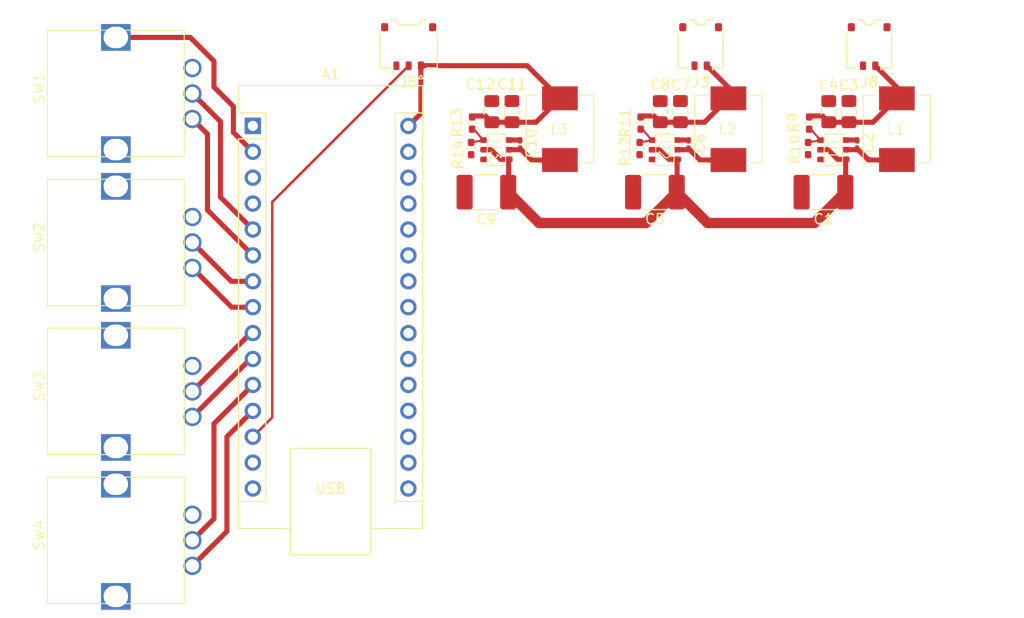
<source format=kicad_pcb>
(kicad_pcb (version 20240108) (generator "pcbnew") (generator_version "8.0")
  (layers (0 "F.Cu" signal) (31 "B.Cu" signal) (34 "B.Paste" user) (35 "F.Paste" user) (36 "B.SilkS" user "B.Silkscreen") (37 "F.SilkS" user "F.Silkscreen") (38 "B.Mask" user) (39 "F.Mask" user) (44 "Edge.Cuts" user))
  (net 0 "")
  (net 2 "Net-(A1-SCL{slash}A5)")
  (net 4 "Net-(A1-A6)")
  (net 5 "GND")
  (net 6 "+3.3V")
  (net 8 "Net-(A1-SDA{slash}A4)")
  (net 11 "Net-(A1-A3)")
  (net 12 "/LED_S")
  (net 13 "Net-(A1-A7)")
  (net 14 "Net-(A1-AREF)")
  (net 16 "+9V")
  (net 17 "Net-(U1-BOOT)")
  (net 18 "Net-(U1-FB)")
  (net 19 "Net-(U1-LX)")
  (net 20 "/5V#1")
  (net 21 "Net-(U2-LX)")
  (net 22 "Net-(U2-BOOT)")
  (net 23 "/5V#2")
  (net 24 "Net-(U3-LX)")
  (net 25 "Net-(U3-BOOT)")
  (net 26 "/5V#3")
  (net 27 "Net-(U2-FB)")
  (net 28 "Net-(U3-FB)")
  (net 31 "/Controller/Input4B")
  (net 32 "/Controller/Input4A")
  (net 33 "/Controller/InputS")
  (net 34 "/Controller/Input1B")
  (net 35 "/Controller/Input1A")
  (net 36 "/Controller/Input3B")
  (net 37 "/Controller/Input2A")
  (net 39 "/Controller/Input3A")
  (net 41 "/Controller/Input2B")
  (footprint "Capacitor_SMD:C_0805_2012Metric_Pad1.18x1.45mm_HandSolder" (layer "F.Cu") (at 141.515 84.33 90)
    (property "Reference" "C8" (at 2.604993 -0.019998 0) (layer "F.SilkS"))
    (property "Value" "C")
    (fp_line (start -0.261252 -0.735) (end 0.261252 -0.735) (stroke (width 0.12)) (layer "F.SilkS"))
    (fp_line (start -0.261252 0.735) (end 0.261252 0.735) (stroke (width 0.12)) (layer "F.SilkS"))
    (pad "1" smd roundrect (at -1.0375 0 90) (size 1.175 1.45) (layers "F.Cu" "F.Paste" "F.Mask") (roundrect_rratio 0.212766) (net 23 "/5V#2"))
    (pad "2" smd roundrect (at 1.0375 0 90) (size 1.175 1.45) (layers "F.Cu" "F.Paste" "F.Mask") (roundrect_rratio 0.212766) (net 5 "GND"))
  )
  (footprint "Capacitor_SMD:C_0805_2012Metric_Pad1.18x1.45mm_HandSolder" (layer "F.Cu") (at 126.985002 84.325007 90)
    (property "Reference" "C11" (at 2.675007 -0.000002 0) (layer "F.SilkS"))
    (property "Value" "C")
    (fp_line (start -0.261252 -0.735) (end 0.261252 -0.735) (stroke (width 0.12)) (layer "F.SilkS"))
    (fp_line (start -0.261252 0.735) (end 0.261252 0.735) (stroke (width 0.12)) (layer "F.SilkS"))
    (pad "1" smd roundrect (at -1.0375 0 90) (size 1.175 1.45) (layers "F.Cu" "F.Paste" "F.Mask") (roundrect_rratio 0.212766) (net 26 "/5V#3"))
    (pad "2" smd roundrect (at 1.0375 0 90) (size 1.175 1.45) (layers "F.Cu" "F.Paste" "F.Mask") (roundrect_rratio 0.212766) (net 5 "GND"))
  )
  (footprint "Capacitor_SMD:C_0805_2012Metric_Pad1.18x1.45mm_HandSolder" (layer "F.Cu") (at 160.005002 84.325007 90)
    (property "Reference" "C3" (at 2.6 0 0) (layer "F.SilkS"))
    (property "Value" "C")
    (fp_line (start -0.261252 -0.735) (end 0.261252 -0.735) (stroke (width 0.12)) (layer "F.SilkS"))
    (fp_line (start -0.261252 0.735) (end 0.261252 0.735) (stroke (width 0.12)) (layer "F.SilkS"))
    (pad "1" smd roundrect (at -1.0375 0 90) (size 1.175 1.45) (layers "F.Cu" "F.Paste" "F.Mask") (roundrect_rratio 0.212766) (net 20 "/5V#1"))
    (pad "2" smd roundrect (at 1.0375 0 90) (size 1.175 1.45) (layers "F.Cu" "F.Paste" "F.Mask") (roundrect_rratio 0.212766) (net 5 "GND"))
  )
  (footprint "ArmLEDFootprintLib:4r7007" (layer "F.Cu") (at 128.385 86.05 90)
    (property "Reference" "L3" (at -0.000006 3.2 0) (layer "F.SilkS") (effects (font (thickness 0.1))))
    (property "Value" "L")
    (fp_line (start 3.3 0) (end -3.3 0) (stroke (width 0.1)) (layer "F.SilkS"))
    (fp_line (start 3.3 0) (end 3.3 1.2) (stroke (width 0.1)) (layer "F.SilkS"))
    (fp_line (start -3.3 0) (end -3.3 1.2) (stroke (width 0.1)) (layer "F.SilkS"))
    (fp_line (start 3.3 6.6) (end 3.3 5.4) (stroke (width 0.1)) (layer "F.SilkS"))
    (fp_line (start -3.3 6.6) (end -3.3 5.4) (stroke (width 0.1)) (layer "F.SilkS"))
    (fp_line (start -3.3 6.6) (end 3.3 6.6) (stroke (width 0.1)) (layer "F.SilkS"))
    (pad "1" smd rect (at -3.024999 3.299996) (size 3.499992 2.349998) (layers "F.Cu" "F.Paste" "F.Mask") (net 24 "Net-(U3-LX)"))
    (pad "2" smd rect (at 3.024993 3.300002 180) (size 3.499996 2.349986) (layers "F.Cu" "F.Paste" "F.Mask") (net 26 "/5V#3"))
  )
  (footprint "Resistor_SMD:R_0402_1005Metric_Pad0.72x0.64mm_HandSolder" (layer "F.Cu") (at 123.085 85.45 -90)
    (property "Reference" "R13" (at -0.024993 1.499998 90) (layer "F.SilkS"))
    (property "Value" "R")
    (fp_line (start -0.167621 0.38) (end 0.167621 0.38) (stroke (width 0.12)) (layer "F.SilkS"))
    (fp_line (start -0.167621 -0.38) (end 0.167621 -0.38) (stroke (width 0.12)) (layer "F.SilkS"))
    (pad "1" smd roundrect (at -0.5975 0 270) (size 0.715 0.64) (layers "F.Cu" "F.Paste" "F.Mask") (net 26 "/5V#3"))
    (pad "2" smd roundrect (at 0.5975 0 270) (size 0.715 0.64) (layers "F.Cu" "F.Paste" "F.Mask") (net 28 "Net-(U3-FB)"))
  )
  (footprint "Capacitor_SMD:C_1812_4532Metric_Pad1.57x3.40mm_HandSolder" (layer "F.Cu") (at 140.995002 92.225007 180)
    (property "Reference" "C5" (at 0 -2.65 180) (layer "F.SilkS"))
    (property "Value" "C")
    (fp_line (start -1.161252 1.71) (end 1.161252 1.71) (stroke (width 0.12)) (layer "F.SilkS"))
    (fp_line (start -1.161252 -1.71) (end 1.161252 -1.71) (stroke (width 0.12)) (layer "F.SilkS"))
    (pad "1" smd roundrect (at -2.1375 0 180) (size 1.575 3.4) (layers "F.Cu" "F.Paste" "F.Mask") (roundrect_rratio 0.15873) (net 16 "+9V"))
    (pad "2" smd roundrect (at 2.1375 0 180) (size 1.575 3.4) (layers "F.Cu" "F.Paste" "F.Mask") (roundrect_rratio 0.15873) (net 5 "GND"))
  )
  (footprint "Capacitor_SMD:C_0201_0603Metric_Pad0.64x0.40mm_HandSolder" (layer "F.Cu") (at 144.295 87.55 -90)
    (property "Reference" "C6" (at -0.124993 -1.100002 90) (layer "F.SilkS"))
    (property "Value" "C")
    (pad "1" smd roundrect (at -0.4075 0 270) (size 0.635 0.4) (layers "F.Cu" "F.Mask") (net 22 "Net-(U2-BOOT)"))
    (pad "2" smd roundrect (at 0.4075 0 270) (size 0.635 0.4) (layers "F.Cu" "F.Mask") (net 21 "Net-(U2-LX)"))
  )
  (footprint "ArmLEDFootprintLib:RotaryEncoder" (layer "F.Cu") (at 81.475 117.96 90)
    (property "Reference" "SW3" (at 6.7 -0.8 90) (layer "F.SilkS") (effects (font (thickness 0.1))))
    (property "Value" "RotaryEncoder")
    (fp_line (start 12.4 0) (end 12.4 13.4) (stroke (width 0.1)) (layer "F.SilkS"))
    (fp_line (start 0 0) (end 12.4 0) (stroke (width 0.1)) (layer "F.SilkS"))
    (fp_line (start 0 0) (end 0 13.4) (stroke (width 0.1)) (layer "F.SilkS"))
    (fp_line (start 12.4 13.4) (end 0 13.4) (stroke (width 0.1)) (layer "F.SilkS"))
    (pad "A" thru_hole circle (at 3.7 14.2 180) (size 1.8 1.8) (drill 1.3) (layers "*.Cu" "*.Mask") (net 39 "/Controller/Input3A"))
    (pad "B" thru_hole circle (at 6.2 14.2 180) (size 1.8 1.8) (drill 1.3) (layers "*.Cu" "*.Mask") (net 36 "/Controller/Input3B"))
    (pad "C" thru_hole circle (at 8.7 14.2 180) (size 1.8 1.8) (drill 1.3) (layers "*.Cu" "*.Mask") (net 5 "GND"))
    (pad "S1" thru_hole rect (at 0.7 6.7 180) (size 2.9 2.6) (drill oval 2.4 2.1) (layers "*.Cu" "*.Mask"))
    (pad "S2" thru_hole rect (at 11.7 6.7 180) (size 2.9 2.6) (drill oval 2.4 2.1) (layers "*.Cu" "*.Mask"))
  )
  (footprint "Connector_Molex:Molex_Pico-EZmate_78171-0002_1x02-1MP_P1.20mm_Vertical" (layer "F.Cu") (at 145.475 77.95 180)
    (property "Reference" "J3" (at 0 -3.5 180) (layer "F.SilkS"))
    (property "Value" "Conn_01x02")
    (fp_line (start 2.21 1.24) (end 2.21 -2.09) (stroke (width 0.12)) (layer "F.SilkS"))
    (fp_line (start 2.21 -2.09) (end 1.16 -2.09) (stroke (width 0.12)) (layer "F.SilkS"))
    (fp_line (start 0.64 2.63) (end 1.14 2.63) (stroke (width 0.12)) (layer "F.SilkS"))
    (fp_line (start 0.34 2.13) (end 0.64 2.63) (stroke (width 0.12)) (layer "F.SilkS"))
    (fp_line (start -0.34 2.13) (end 0.34 2.13) (stroke (width 0.12)) (layer "F.SilkS"))
    (fp_line (start -0.35 -3.153553) (end -0.85 -3.153553) (stroke (width 0.12)) (layer "F.SilkS"))
    (fp_line (start -0.6 -2.8) (end -0.35 -3.153553) (stroke (width 0.12)) (layer "F.SilkS"))
    (fp_line (start -0.64 2.63) (end -0.34 2.13) (stroke (width 0.12)) (layer "F.SilkS"))
    (fp_line (start -0.85 -3.153553) (end -0.6 -2.8) (stroke (width 0.12)) (layer "F.SilkS"))
    (fp_line (start -1.14 2.63) (end -0.64 2.63) (stroke (width 0.12)) (layer "F.SilkS"))
    (fp_line (start -1.16 -2.09) (end -1.16 -2.3) (stroke (width 0.12)) (layer "F.SilkS"))
    (fp_line (start -2.21 1.24) (end -2.21 -2.09) (stroke (width 0.12)) (layer "F.SilkS"))
    (fp_line (start -2.21 -2.09) (end -1.16 -2.09) (stroke (width 0.12)) (layer "F.SilkS"))
    (pad "1" smd roundrect (at -0.6 -1.875 180) (size 0.6 0.85) (layers "F.Cu" "F.Paste" "F.Mask") (net 23 "/5V#2"))
    (pad "2" smd roundrect (at 0.6 -1.875 180) (size 0.6 0.85) (layers "F.Cu" "F.Paste" "F.Mask") (net 5 "GND"))
    (pad "MP" smd roundrect (at -1.75 1.9 180) (size 0.7 0.8) (layers "F.Cu" "F.Paste" "F.Mask"))
    (pad "MP" smd roundrect (at 1.75 1.9 180) (size 0.7 0.8) (layers "F.Cu" "F.Paste" "F.Mask"))
  )
  (footprint "Resistor_SMD:R_0402_1005Metric_Pad0.72x0.64mm_HandSolder" (layer "F.Cu") (at 139.595 85.45 -90)
    (property "Reference" "R11" (at -0.024993 1.499998 90) (layer "F.SilkS"))
    (property "Value" "R")
    (fp_line (start -0.167621 0.38) (end 0.167621 0.38) (stroke (width 0.12)) (layer "F.SilkS"))
    (fp_line (start -0.167621 -0.38) (end 0.167621 -0.38) (stroke (width 0.12)) (layer "F.SilkS"))
    (pad "1" smd roundrect (at -0.5975 0 270) (size 0.715 0.64) (layers "F.Cu" "F.Paste" "F.Mask") (net 23 "/5V#2"))
    (pad "2" smd roundrect (at 0.5975 0 270) (size 0.715 0.64) (layers "F.Cu" "F.Paste" "F.Mask") (net 27 "Net-(U2-FB)"))
  )
  (footprint "ArmLEDFootprintLib:RT6254A" (layer "F.Cu") (at 141.895 88.05 -90)
    (property "Reference" "U2" (at 0 0 -90) (layer "F.SilkS") (effects (font (thickness 0.1))))
    (property "Value" "~")
    (fp_line (start -1.5367 0.8255) (end -1.5367 -0.9779) (stroke (width 0.1)) (layer "F.SilkS"))
    (fp_line (start 1.5621 0.8255) (end -1.5367 0.8255) (stroke (width 0.1)) (layer "F.SilkS"))
    (fp_line (start -1.5367 -0.9779) (end 1.5621 -0.9779) (stroke (width 0.1)) (layer "F.SilkS"))
    (fp_line (start 1.5621 -0.9779) (end 1.5621 0.8255) (stroke (width 0.1)) (layer "F.SilkS"))
    (pad "1" smd roundrect (at -0.9271 1.142997 90) (size 0.5588 0.736594) (layers "F.Cu" "F.Paste" "F.Mask") (net 27 "Net-(U2-FB)"))
    (pad "2" smd roundrect (at 0.012699 1.142999 90) (size 0.558798 0.736598) (layers "F.Cu" "F.Paste" "F.Mask") (net 16 "+9V"))
    (pad "3" smd roundrect (at 0.9652 1.143 90) (size 0.5588 0.7366) (layers "F.Cu" "F.Paste" "F.Mask") (net 5 "GND"))
    (pad "4" smd roundrect (at 0.952498 -1.295398 90) (size 0.558796 0.736596) (layers "F.Cu" "F.Paste" "F.Mask") (net 16 "+9V"))
    (pad "5" smd roundrect (at 0.0127 -1.2954 90) (size 0.5588 0.7366) (layers "F.Cu" "F.Paste" "F.Mask") (net 21 "Net-(U2-LX)"))
    (pad "6" smd roundrect (at -0.939795 -1.295395 90) (size 0.55879 0.73659) (layers "F.Cu" "F.Paste" "F.Mask") (net 22 "Net-(U2-BOOT)"))
  )
  (footprint "ArmLEDFootprintLib:RotaryEncoder" (layer "F.Cu") (at 81.475 88.75 90)
    (property "Reference" "SW1" (at 6.7 -0.8 90) (layer "F.SilkS") (effects (font (thickness 0.1))))
    (property "Value" "RotaryEncoder_Switch")
    (fp_line (start 12.4 0) (end 12.4 13.4) (stroke (width 0.1)) (layer "F.SilkS"))
    (fp_line (start 0 0) (end 12.4 0) (stroke (width 0.1)) (layer "F.SilkS"))
    (fp_line (start 0 0) (end 0 13.4) (stroke (width 0.1)) (layer "F.SilkS"))
    (fp_line (start 12.4 13.4) (end 0 13.4) (stroke (width 0.1)) (layer "F.SilkS"))
    (pad "A" thru_hole circle (at 3.7 14.2 180) (size 1.8 1.8) (drill 1.3) (layers "*.Cu" "*.Mask") (net 35 "/Controller/Input1A"))
    (pad "B" thru_hole circle (at 6.2 14.2 180) (size 1.8 1.8) (drill 1.3) (layers "*.Cu" "*.Mask") (net 34 "/Controller/Input1B"))
    (pad "C" thru_hole circle (at 8.7 14.2 180) (size 1.8 1.8) (drill 1.3) (layers "*.Cu" "*.Mask") (net 5 "GND"))
    (pad "S1" thru_hole rect (at 0.7 6.7 180) (size 2.9 2.6) (drill oval 2.4 2.1) (layers "*.Cu" "*.Mask") (net 5 "GND"))
    (pad "S2" thru_hole rect (at 11.7 6.7 180) (size 2.9 2.6) (drill oval 2.4 2.1) (layers "*.Cu" "*.Mask") (net 33 "/Controller/InputS"))
  )
  (footprint "Capacitor_SMD:C_1812_4532Metric_Pad1.57x3.40mm_HandSolder" (layer "F.Cu") (at 124.485002 92.225007 180)
    (property "Reference" "C9" (at 0 -2.65 180) (layer "F.SilkS"))
    (property "Value" "C")
    (fp_line (start -1.161252 1.71) (end 1.161252 1.71) (stroke (width 0.12)) (layer "F.SilkS"))
    (fp_line (start -1.161252 -1.71) (end 1.161252 -1.71) (stroke (width 0.12)) (layer "F.SilkS"))
    (pad "1" smd roundrect (at -2.1375 0 180) (size 1.575 3.4) (layers "F.Cu" "F.Paste" "F.Mask") (roundrect_rratio 0.15873) (net 16 "+9V"))
    (pad "2" smd roundrect (at 2.1375 0 180) (size 1.575 3.4) (layers "F.Cu" "F.Paste" "F.Mask") (roundrect_rratio 0.15873) (net 5 "GND"))
  )
  (footprint "Module:Arduino_Nano" (layer "F.Cu") (at 101.6 85.725)
    (property "Reference" "A1" (at 7.62 -5.08 360) (layer "F.SilkS"))
    (property "Value" "Arduino_Nano_Every")
    (fp_line (start -1.4 -3.94) (end -1.4 -1.27) (stroke (width 0.12)) (layer "F.SilkS"))
    (fp_line (start -1.4 1.27) (end -1.4 39.5) (stroke (width 0.12)) (layer "F.SilkS"))
    (fp_line (start -1.4 39.5) (end 3.68 39.5) (stroke (width 0.12)) (layer "F.SilkS"))
    (fp_line (start 1.27 -1.27) (end -1.4 -1.27) (stroke (width 0.12)) (layer "F.SilkS"))
    (fp_line (start 1.27 1.27) (end -1.4 1.27) (stroke (width 0.12)) (layer "F.SilkS"))
    (fp_line (start 1.27 1.27) (end 1.27 -1.27) (stroke (width 0.12)) (layer "F.SilkS"))
    (fp_line (start 1.27 1.27) (end 1.27 36.83) (stroke (width 0.12)) (layer "F.SilkS"))
    (fp_line (start 1.27 36.83) (end -1.4 36.83) (stroke (width 0.12)) (layer "F.SilkS"))
    (fp_line (start 3.68 31.62) (end 11.56 31.62) (stroke (width 0.12)) (layer "F.SilkS"))
    (fp_line (start 3.68 42.04) (end 3.68 31.62) (stroke (width 0.12)) (layer "F.SilkS"))
    (fp_line (start 11.56 31.62) (end 11.56 42.04) (stroke (width 0.12)) (layer "F.SilkS"))
    (fp_line (start 11.56 42.04) (end 3.68 42.04) (stroke (width 0.12)) (layer "F.SilkS"))
    (fp_line (start 13.97 -1.27) (end 13.97 36.83) (stroke (width 0.12)) (layer "F.SilkS"))
    (fp_line (start 13.97 -1.27) (end 16.64 -1.27) (stroke (width 0.12)) (layer "F.SilkS"))
    (fp_line (start 13.97 36.83) (end 16.64 36.83) (stroke (width 0.12)) (layer "F.SilkS"))
    (fp_line (start 16.64 -3.94) (end -1.4 -3.94) (stroke (width 0.12)) (layer "F.SilkS"))
    (fp_line (start 16.64 39.5) (end 11.56 39.5) (stroke (width 0.12)) (layer "F.SilkS"))
    (fp_line (start 16.64 39.5) (end 16.64 -3.94) (stroke (width 0.12)) (layer "F.SilkS"))
    (fp_text user "USB" (at 7.62 35.56 0) (layer "F.SilkS"))
    (pad "1" thru_hole rect (at 0 0) (size 1.6 1.6) (drill 1) (layers "*.Cu" "*.Mask"))
    (pad "2" thru_hole oval (at 0 2.54) (size 1.6 1.6) (drill 1) (layers "*.Cu" "*.Mask") (net 33 "/Controller/InputS"))
    (pad "3" thru_hole oval (at 0 5.08) (size 1.6 1.6) (drill 1) (layers "*.Cu" "*.Mask"))
    (pad "4" thru_hole oval (at 0 7.62) (size 1.6 1.6) (drill 1) (layers "*.Cu" "*.Mask") (net 5 "GND"))
    (pad "5" thru_hole oval (at 0 10.16) (size 1.6 1.6) (drill 1) (layers "*.Cu" "*.Mask") (net 34 "/Controller/Input1B"))
    (pad "6" thru_hole oval (at 0 12.7) (size 1.6 1.6) (drill 1) (layers "*.Cu" "*.Mask") (net 35 "/Controller/Input1A"))
    (pad "7" thru_hole oval (at 0 15.24) (size 1.6 1.6) (drill 1) (layers "*.Cu" "*.Mask") (net 41 "/Controller/Input2B"))
    (pad "8" thru_hole oval (at 0 17.78) (size 1.6 1.6) (drill 1) (layers "*.Cu" "*.Mask") (net 37 "/Controller/Input2A"))
    (pad "9" thru_hole oval (at 0 20.32) (size 1.6 1.6) (drill 1) (layers "*.Cu" "*.Mask") (net 36 "/Controller/Input3B"))
    (pad "10" thru_hole oval (at 0 22.86) (size 1.6 1.6) (drill 1) (layers "*.Cu" "*.Mask") (net 39 "/Controller/Input3A"))
    (pad "11" thru_hole oval (at 0 25.4) (size 1.6 1.6) (drill 1) (layers "*.Cu" "*.Mask") (net 31 "/Controller/Input4B"))
    (pad "12" thru_hole oval (at 0 27.94) (size 1.6 1.6) (drill 1) (layers "*.Cu" "*.Mask") (net 32 "/Controller/Input4A"))
    (pad "13" thru_hole oval (at 0 30.48) (size 1.6 1.6) (drill 1) (layers "*.Cu" "*.Mask") (net 12 "/LED_S"))
    (pad "14" thru_hole oval (at 0 33.02) (size 1.6 1.6) (drill 1) (layers "*.Cu" "*.Mask"))
    (pad "15" thru_hole oval (at 0 35.56) (size 1.6 1.6) (drill 1) (layers "*.Cu" "*.Mask"))
    (pad "16" thru_hole oval (at 15.24 35.56) (size 1.6 1.6) (drill 1) (layers "*.Cu" "*.Mask"))
    (pad "17" thru_hole oval (at 15.24 33.02) (size 1.6 1.6) (drill 1) (layers "*.Cu" "*.Mask") (net 6 "+3.3V"))
    (pad "18" thru_hole oval (at 15.24 30.48) (size 1.6 1.6) (drill 1) (layers "*.Cu" "*.Mask") (net 14 "Net-(A1-AREF)"))
    (pad "19" thru_hole oval (at 15.24 27.94) (size 1.6 1.6) (drill 1) (layers "*.Cu" "*.Mask"))
    (pad "20" thru_hole oval (at 15.24 25.4) (size 1.6 1.6) (drill 1) (layers "*.Cu" "*.Mask"))
    (pad "21" thru_hole oval (at 15.24 22.86) (size 1.6 1.6) (drill 1) (layers "*.Cu" "*.Mask"))
    (pad "22" thru_hole oval (at 15.24 20.32) (size 1.6 1.6) (drill 1) (layers "*.Cu" "*.Mask") (net 11 "Net-(A1-A3)"))
    (pad "23" thru_hole oval (at 15.24 17.78) (size 1.6 1.6) (drill 1) (layers "*.Cu" "*.Mask") (net 8 "Net-(A1-SDA{slash}A4)"))
    (pad "24" thru_hole oval (at 15.24 15.24) (size 1.6 1.6) (drill 1) (layers "*.Cu" "*.Mask") (net 2 "Net-(A1-SCL{slash}A5)"))
    (pad "25" thru_hole oval (at 15.24 12.7) (size 1.6 1.6) (drill 1) (layers "*.Cu" "*.Mask") (net 4 "Net-(A1-A6)"))
    (pad "26" thru_hole oval (at 15.24 10.16) (size 1.6 1.6) (drill 1) (layers "*.Cu" "*.Mask") (net 13 "Net-(A1-A7)"))
    (pad "27" thru_hole oval (at 15.24 7.62) (size 1.6 1.6) (drill 1) (layers "*.Cu" "*.Mask"))
    (pad "28" thru_hole oval (at 15.24 5.08) (size 1.6 1.6) (drill 1) (layers "*.Cu" "*.Mask"))
    (pad "29" thru_hole oval (at 15.24 2.54) (size 1.6 1.6) (drill 1) (layers "*.Cu" "*.Mask") (net 5 "GND"))
    (pad "30" thru_hole oval (at 15.24 0) (size 1.6 1.6) (drill 1) (layers "*.Cu" "*.Mask") (net 26 "/5V#3"))
  )
  (footprint "ArmLEDFootprintLib:4r7007" (layer "F.Cu") (at 161.405 86.05 90)
    (property "Reference" "L1" (at -0.000006 3.2 0) (layer "F.SilkS") (effects (font (thickness 0.1))))
    (property "Value" "L")
    (fp_line (start 3.3 0) (end -3.3 0) (stroke (width 0.1)) (layer "F.SilkS"))
    (fp_line (start 3.3 0) (end 3.3 1.2) (stroke (width 0.1)) (layer "F.SilkS"))
    (fp_line (start -3.3 0) (end -3.3 1.2) (stroke (width 0.1)) (layer "F.SilkS"))
    (fp_line (start 3.3 6.6) (end 3.3 5.4) (stroke (width 0.1)) (layer "F.SilkS"))
    (fp_line (start -3.3 6.6) (end -3.3 5.4) (stroke (width 0.1)) (layer "F.SilkS"))
    (fp_line (start -3.3 6.6) (end 3.3 6.6) (stroke (width 0.1)) (layer "F.SilkS"))
    (pad "1" smd rect (at -3.024999 3.299996) (size 3.499992 2.349998) (layers "F.Cu" "F.Paste" "F.Mask") (net 19 "Net-(U1-LX)"))
    (pad "2" smd rect (at 3.024993 3.300002 180) (size 3.499996 2.349986) (layers "F.Cu" "F.Paste" "F.Mask") (net 20 "/5V#1"))
  )
  (footprint "ArmLEDFootprintLib:RotaryEncoder" (layer "F.Cu") (at 81.475 132.565 90)
    (property "Reference" "SW4" (at 6.7 -0.8 90) (layer "F.SilkS") (effects (font (thickness 0.1))))
    (property "Value" "RotaryEncoder")
    (fp_line (start 12.4 0) (end 12.4 13.4) (stroke (width 0.1)) (layer "F.SilkS"))
    (fp_line (start 0 0) (end 12.4 0) (stroke (width 0.1)) (layer "F.SilkS"))
    (fp_line (start 0 0) (end 0 13.4) (stroke (width 0.1)) (layer "F.SilkS"))
    (fp_line (start 12.4 13.4) (end 0 13.4) (stroke (width 0.1)) (layer "F.SilkS"))
    (pad "A" thru_hole circle (at 3.7 14.2 180) (size 1.8 1.8) (drill 1.3) (layers "*.Cu" "*.Mask") (net 32 "/Controller/Input4A"))
    (pad "B" thru_hole circle (at 6.2 14.2 180) (size 1.8 1.8) (drill 1.3) (layers "*.Cu" "*.Mask") (net 31 "/Controller/Input4B"))
    (pad "C" thru_hole circle (at 8.7 14.2 180) (size 1.8 1.8) (drill 1.3) (layers "*.Cu" "*.Mask") (net 5 "GND"))
    (pad "S1" thru_hole rect (at 0.7 6.7 180) (size 2.9 2.6) (drill oval 2.4 2.1) (layers "*.Cu" "*.Mask"))
    (pad "S2" thru_hole rect (at 11.7 6.7 180) (size 2.9 2.6) (drill oval 2.4 2.1) (layers "*.Cu" "*.Mask"))
  )
  (footprint "Resistor_SMD:R_0402_1005Metric_Pad0.72x0.64mm_HandSolder" (layer "F.Cu") (at 122.985 87.95 -90)
    (property "Reference" "R14" (at 0.6 1.3 90) (layer "F.SilkS"))
    (property "Value" "R")
    (fp_line (start -0.167621 0.38) (end 0.167621 0.38) (stroke (width 0.12)) (layer "F.SilkS"))
    (fp_line (start -0.167621 -0.38) (end 0.167621 -0.38) (stroke (width 0.12)) (layer "F.SilkS"))
    (pad "1" smd roundrect (at -0.5975 0 270) (size 0.715 0.64) (layers "F.Cu" "F.Paste" "F.Mask") (net 28 "Net-(U3-FB)"))
    (pad "2" smd roundrect (at 0.5975 0 270) (size 0.715 0.64) (layers "F.Cu" "F.Paste" "F.Mask") (net 5 "GND"))
  )
  (footprint "Capacitor_SMD:C_0201_0603Metric_Pad0.64x0.40mm_HandSolder" (layer "F.Cu") (at 160.805 87.55 -90)
    (property "Reference" "C2" (at -0.124993 -1.100002 90) (layer "F.SilkS"))
    (property "Value" "C")
    (pad "1" smd roundrect (at -0.4075 0 270) (size 0.635 0.4) (layers "F.Cu" "F.Mask") (net 17 "Net-(U1-BOOT)"))
    (pad "2" smd roundrect (at 0.4075 0 270) (size 0.635 0.4) (layers "F.Cu" "F.Mask") (net 19 "Net-(U1-LX)"))
  )
  (footprint "ArmLEDFootprintLib:RT6254A" (layer "F.Cu") (at 125.385 88.05 -90)
    (property "Reference" "U3" (at 0 0 -90) (layer "F.SilkS") (effects (font (thickness 0.1))))
    (property "Value" "~")
    (fp_line (start -1.5367 0.8255) (end -1.5367 -0.9779) (stroke (width 0.1)) (layer "F.SilkS"))
    (fp_line (start 1.5621 0.8255) (end -1.5367 0.8255) (stroke (width 0.1)) (layer "F.SilkS"))
    (fp_line (start -1.5367 -0.9779) (end 1.5621 -0.9779) (stroke (width 0.1)) (layer "F.SilkS"))
    (fp_line (start 1.5621 -0.9779) (end 1.5621 0.8255) (stroke (width 0.1)) (layer "F.SilkS"))
    (pad "1" smd roundrect (at -0.9271 1.142997 90) (size 0.5588 0.736594) (layers "F.Cu" "F.Paste" "F.Mask") (net 28 "Net-(U3-FB)"))
    (pad "2" smd roundrect (at 0.012699 1.142999 90) (size 0.558798 0.736598) (layers "F.Cu" "F.Paste" "F.Mask") (net 16 "+9V"))
    (pad "3" smd roundrect (at 0.9652 1.143 90) (size 0.5588 0.7366) (layers "F.Cu" "F.Paste" "F.Mask") (net 5 "GND"))
    (pad "4" smd roundrect (at 0.952498 -1.295398 90) (size 0.558796 0.736596) (layers "F.Cu" "F.Paste" "F.Mask") (net 16 "+9V"))
    (pad "5" smd roundrect (at 0.0127 -1.2954 90) (size 0.5588 0.7366) (layers "F.Cu" "F.Paste" "F.Mask") (net 24 "Net-(U3-LX)"))
    (pad "6" smd roundrect (at -0.939795 -1.295395 90) (size 0.55879 0.73659) (layers "F.Cu" "F.Paste" "F.Mask") (net 25 "Net-(U3-BOOT)"))
  )
  (footprint "ArmLEDFootprintLib:RT6254A" (layer "F.Cu") (at 158.405 88.05 -90)
    (property "Reference" "U1" (at 0 0 -90) (layer "F.SilkS") (effects (font (thickness 0.1))))
    (property "Value" "~")
    (fp_line (start -1.5367 0.8255) (end -1.5367 -0.9779) (stroke (width 0.1)) (layer "F.SilkS"))
    (fp_line (start 1.5621 0.8255) (end -1.5367 0.8255) (stroke (width 0.1)) (layer "F.SilkS"))
    (fp_line (start -1.5367 -0.9779) (end 1.5621 -0.9779) (stroke (width 0.1)) (layer "F.SilkS"))
    (fp_line (start 1.5621 -0.9779) (end 1.5621 0.8255) (stroke (width 0.1)) (layer "F.SilkS"))
    (pad "1" smd roundrect (at -0.9271 1.142997 90) (size 0.5588 0.736594) (layers "F.Cu" "F.Paste" "F.Mask") (net 18 "Net-(U1-FB)"))
    (pad "2" smd roundrect (at 0.012699 1.142999 90) (size 0.558798 0.736598) (layers "F.Cu" "F.Paste" "F.Mask") (net 16 "+9V"))
    (pad "3" smd roundrect (at 0.9652 1.143 90) (size 0.5588 0.7366) (layers "F.Cu" "F.Paste" "F.Mask") (net 5 "GND"))
    (pad "4" smd roundrect (at 0.952498 -1.295398 90) (size 0.558796 0.736596) (layers "F.Cu" "F.Paste" "F.Mask") (net 16 "+9V"))
    (pad "5" smd roundrect (at 0.0127 -1.2954 90) (size 0.5588 0.7366) (layers "F.Cu" "F.Paste" "F.Mask") (net 19 "Net-(U1-LX)"))
    (pad "6" smd roundrect (at -0.939795 -1.295395 90) (size 0.55879 0.73659) (layers "F.Cu" "F.Paste" "F.Mask") (net 17 "Net-(U1-BOOT)"))
  )
  (footprint "Resistor_SMD:R_0402_1005Metric_Pad0.72x0.64mm_HandSolder" (layer "F.Cu") (at 156.105 85.45 -90)
    (property "Reference" "R9" (at -0.024993 1.499998 90) (layer "F.SilkS"))
    (property "Value" "R")
    (fp_line (start -0.167621 0.38) (end 0.167621 0.38) (stroke (width 0.12)) (layer "F.SilkS"))
    (fp_line (start -0.167621 -0.38) (end 0.167621 -0.38) (stroke (width 0.12)) (layer "F.SilkS"))
    (pad "1" smd roundrect (at -0.5975 0 270) (size 0.715 0.64) (layers "F.Cu" "F.Paste" "F.Mask") (net 20 "/5V#1"))
    (pad "2" smd roundrect (at 0.5975 0 270) (size 0.715 0.64) (layers "F.Cu" "F.Paste" "F.Mask") (net 18 "Net-(U1-FB)"))
  )
  (footprint "Connector_Molex:Molex_Pico-EZmate_78171-0003_1x03-1MP_P1.20mm_Vertical" (layer "F.Cu") (at 116.865 77.95 180)
    (property "Reference" "J5" (at 0 -3.5 180) (layer "F.SilkS"))
    (property "Value" "Conn_01x03")
    (fp_line (start 2.81 1.24) (end 2.81 -2.09) (stroke (width 0.12)) (layer "F.SilkS"))
    (fp_line (start 2.81 -2.09) (end 1.76 -2.09) (stroke (width 0.12)) (layer "F.SilkS"))
    (fp_line (start 1.24 2.63) (end 1.74 2.63) (stroke (width 0.12)) (layer "F.SilkS"))
    (fp_line (start 0.94 2.13) (end 1.24 2.63) (stroke (width 0.12)) (layer "F.SilkS"))
    (fp_line (start -0.94 2.13) (end 0.94 2.13) (stroke (width 0.12)) (layer "F.SilkS"))
    (fp_line (start -0.95 -3.153553) (end -1.45 -3.153553) (stroke (width 0.12)) (layer "F.SilkS"))
    (fp_line (start -1.2 -2.8) (end -0.95 -3.153553) (stroke (width 0.12)) (layer "F.SilkS"))
    (fp_line (start -1.24 2.63) (end -0.94 2.13) (stroke (width 0.12)) (layer "F.SilkS"))
    (fp_line (start -1.45 -3.153553) (end -1.2 -2.8) (stroke (width 0.12)) (layer "F.SilkS"))
    (fp_line (start -1.74 2.63) (end -1.24 2.63) (stroke (width 0.12)) (layer "F.SilkS"))
    (fp_line (start -1.76 -2.09) (end -1.76 -2.3) (stroke (width 0.12)) (layer "F.SilkS"))
    (fp_line (start -2.81 1.24) (end -2.81 -2.09) (stroke (width 0.12)) (layer "F.SilkS"))
    (fp_line (start -2.81 -2.09) (end -1.76 -2.09) (stroke (width 0.12)) (layer "F.SilkS"))
    (pad "1" smd roundrect (at -1.2 -1.875 180) (size 0.6 0.85) (layers "F.Cu" "F.Paste" "F.Mask") (net 26 "/5V#3"))
    (pad "2" smd roundrect (at 0 -1.875 180) (size 0.6 0.85) (layers "F.Cu" "F.Paste" "F.Mask") (net 12 "/LED_S"))
    (pad "3" smd roundrect (at 1.2 -1.875 180) (size 0.6 0.85) (layers "F.Cu" "F.Paste" "F.Mask") (net 5 "GND"))
    (pad "MP" smd roundrect (at -2.35 1.9 180) (size 0.7 0.8) (layers "F.Cu" "F.Paste" "F.Mask"))
    (pad "MP" smd roundrect (at 2.35 1.9 180) (size 0.7 0.8) (layers "F.Cu" "F.Paste" "F.Mask"))
  )
  (footprint "Resistor_SMD:R_0402_1005Metric_Pad0.72x0.64mm_HandSolder" (layer "F.Cu") (at 139.495 87.95 -90)
    (property "Reference" "R12" (at 0.3 1.4 90) (layer "F.SilkS"))
    (property "Value" "R")
    (fp_line (start -0.167621 0.38) (end 0.167621 0.38) (stroke (width 0.12)) (layer "F.SilkS"))
    (fp_line (start -0.167621 -0.38) (end 0.167621 -0.38) (stroke (width 0.12)) (layer "F.SilkS"))
    (pad "1" smd roundrect (at -0.5975 0 270) (size 0.715 0.64) (layers "F.Cu" "F.Paste" "F.Mask") (net 27 "Net-(U2-FB)"))
    (pad "2" smd roundrect (at 0.5975 0 270) (size 0.715 0.64) (layers "F.Cu" "F.Paste" "F.Mask") (net 5 "GND"))
  )
  (footprint "Resistor_SMD:R_0402_1005Metric_Pad0.72x0.64mm_HandSolder" (layer "F.Cu") (at 156.005 87.95 -90)
    (property "Reference" "R10" (at 0.075007 1.299998 90) (layer "F.SilkS"))
    (property "Value" "R")
    (fp_line (start -0.167621 0.38) (end 0.167621 0.38) (stroke (width 0.12)) (layer "F.SilkS"))
    (fp_line (start -0.167621 -0.38) (end 0.167621 -0.38) (stroke (width 0.12)) (layer "F.SilkS"))
    (pad "1" smd roundrect (at -0.5975 0 270) (size 0.715 0.64) (layers "F.Cu" "F.Paste" "F.Mask") (net 18 "Net-(U1-FB)"))
    (pad "2" smd roundrect (at 0.5975 0 270) (size 0.715 0.64) (layers "F.Cu" "F.Paste" "F.Mask") (net 5 "GND"))
  )
  (footprint "ArmLEDFootprintLib:RotaryEncoder" (layer "F.Cu") (at 81.475 103.355 90)
    (property "Reference" "SW2" (at 6.7 -0.8 90) (layer "F.SilkS") (effects (font (thickness 0.1))))
    (property "Value" "RotaryEncoder")
    (fp_line (start 12.4 0) (end 12.4 13.4) (stroke (width 0.1)) (layer "F.SilkS"))
    (fp_line (start 0 0) (end 12.4 0) (stroke (width 0.1)) (layer "F.SilkS"))
    (fp_line (start 0 0) (end 0 13.4) (stroke (width 0.1)) (layer "F.SilkS"))
    (fp_line (start 12.4 13.4) (end 0 13.4) (stroke (width 0.1)) (layer "F.SilkS"))
    (pad "A" thru_hole circle (at 3.7 14.2 180) (size 1.8 1.8) (drill 1.3) (layers "*.Cu" "*.Mask") (net 37 "/Controller/Input2A"))
    (pad "B" thru_hole circle (at 6.2 14.2 180) (size 1.8 1.8) (drill 1.3) (layers "*.Cu" "*.Mask") (net 41 "/Controller/Input2B"))
    (pad "C" thru_hole circle (at 8.7 14.2 180) (size 1.8 1.8) (drill 1.3) (layers "*.Cu" "*.Mask") (net 5 "GND"))
    (pad "S1" thru_hole rect (at 0.7 6.7 180) (size 2.9 2.6) (drill oval 2.4 2.1) (layers "*.Cu" "*.Mask"))
    (pad "S2" thru_hole rect (at 11.7 6.7 180) (size 2.9 2.6) (drill oval 2.4 2.1) (layers "*.Cu" "*.Mask"))
  )
  (footprint "Capacitor_SMD:C_0805_2012Metric_Pad1.18x1.45mm_HandSolder" (layer "F.Cu") (at 125.005 84.33 90)
    (property "Reference" "C12" (at 2.68 -1.12 0) (layer "F.SilkS"))
    (property "Value" "C")
    (fp_line (start -0.261252 -0.735) (end 0.261252 -0.735) (stroke (width 0.12)) (layer "F.SilkS"))
    (fp_line (start -0.261252 0.735) (end 0.261252 0.735) (stroke (width 0.12)) (layer "F.SilkS"))
    (pad "1" smd roundrect (at -1.0375 0 90) (size 1.175 1.45) (layers "F.Cu" "F.Paste" "F.Mask") (roundrect_rratio 0.212766) (net 26 "/5V#3"))
    (pad "2" smd roundrect (at 1.0375 0 90) (size 1.175 1.45) (layers "F.Cu" "F.Paste" "F.Mask") (roundrect_rratio 0.212766) (net 5 "GND"))
  )
  (footprint "Capacitor_SMD:C_0805_2012Metric_Pad1.18x1.45mm_HandSolder" (layer "F.Cu") (at 143.495002 84.325007 90)
    (property "Reference" "C7" (at 2.6 0 0) (layer "F.SilkS"))
    (property "Value" "C")
    (fp_line (start -0.261252 -0.735) (end 0.261252 -0.735) (stroke (width 0.12)) (layer "F.SilkS"))
    (fp_line (start -0.261252 0.735) (end 0.261252 0.735) (stroke (width 0.12)) (layer "F.SilkS"))
    (pad "1" smd roundrect (at -1.0375 0 90) (size 1.175 1.45) (layers "F.Cu" "F.Paste" "F.Mask") (roundrect_rratio 0.212766) (net 23 "/5V#2"))
    (pad "2" smd roundrect (at 1.0375 0 90) (size 1.175 1.45) (layers "F.Cu" "F.Paste" "F.Mask") (roundrect_rratio 0.212766) (net 5 "GND"))
  )
  (footprint "Connector_Molex:Molex_Pico-EZmate_78171-0002_1x02-1MP_P1.20mm_Vertical" (layer "F.Cu") (at 161.985 77.95 180)
    (property "Reference" "J6" (at 0 -3.5 180) (layer "F.SilkS"))
    (property "Value" "Conn_01x02")
    (fp_line (start 2.21 1.24) (end 2.21 -2.09) (stroke (width 0.12)) (layer "F.SilkS"))
    (fp_line (start 2.21 -2.09) (end 1.16 -2.09) (stroke (width 0.12)) (layer "F.SilkS"))
    (fp_line (start 0.64 2.63) (end 1.14 2.63) (stroke (width 0.12)) (layer "F.SilkS"))
    (fp_line (start 0.34 2.13) (end 0.64 2.63) (stroke (width 0.12)) (layer "F.SilkS"))
    (fp_line (start -0.34 2.13) (end 0.34 2.13) (stroke (width 0.12)) (layer "F.SilkS"))
    (fp_line (start -0.35 -3.153553) (end -0.85 -3.153553) (stroke (width 0.12)) (layer "F.SilkS"))
    (fp_line (start -0.6 -2.8) (end -0.35 -3.153553) (stroke (width 0.12)) (layer "F.SilkS"))
    (fp_line (start -0.64 2.63) (end -0.34 2.13) (stroke (width 0.12)) (layer "F.SilkS"))
    (fp_line (start -0.85 -3.153553) (end -0.6 -2.8) (stroke (width 0.12)) (layer "F.SilkS"))
    (fp_line (start -1.14 2.63) (end -0.64 2.63) (stroke (width 0.12)) (layer "F.SilkS"))
    (fp_line (start -1.16 -2.09) (end -1.16 -2.3) (stroke (width 0.12)) (layer "F.SilkS"))
    (fp_line (start -2.21 1.24) (end -2.21 -2.09) (stroke (width 0.12)) (layer "F.SilkS"))
    (fp_line (start -2.21 -2.09) (end -1.16 -2.09) (stroke (width 0.12)) (layer "F.SilkS"))
    (pad "1" smd roundrect (at -0.6 -1.875 180) (size 0.6 0.85) (layers "F.Cu" "F.Paste" "F.Mask") (net 20 "/5V#1"))
    (pad "2" smd roundrect (at 0.6 -1.875 180) (size 0.6 0.85) (layers "F.Cu" "F.Paste" "F.Mask") (net 5 "GND"))
    (pad "MP" smd roundrect (at -1.75 1.9 180) (size 0.7 0.8) (layers "F.Cu" "F.Paste" "F.Mask"))
    (pad "MP" smd roundrect (at 1.75 1.9 180) (size 0.7 0.8) (layers "F.Cu" "F.Paste" "F.Mask"))
  )
  (footprint "ArmLEDFootprintLib:4r7007" (layer "F.Cu") (at 144.895 86.05 90)
    (property "Reference" "L2" (at -0.000006 3.2 0) (layer "F.SilkS") (effects (font (thickness 0.1))))
    (property "Value" "L")
    (fp_line (start 3.3 0) (end -3.3 0) (stroke (width 0.1)) (layer "F.SilkS"))
    (fp_line (start 3.3 0) (end 3.3 1.2) (stroke (width 0.1)) (layer "F.SilkS"))
    (fp_line (start -3.3 0) (end -3.3 1.2) (stroke (width 0.1)) (layer "F.SilkS"))
    (fp_line (start 3.3 6.6) (end 3.3 5.4) (stroke (width 0.1)) (layer "F.SilkS"))
    (fp_line (start -3.3 6.6) (end -3.3 5.4) (stroke (width 0.1)) (layer "F.SilkS"))
    (fp_line (start -3.3 6.6) (end 3.3 6.6) (stroke (width 0.1)) (layer "F.SilkS"))
    (pad "1" smd rect (at -3.024999 3.299996) (size 3.499992 2.349998) (layers "F.Cu" "F.Paste" "F.Mask") (net 21 "Net-(U2-LX)"))
    (pad "2" smd rect (at 3.024993 3.300002 180) (size 3.499996 2.349986) (layers "F.Cu" "F.Paste" "F.Mask") (net 23 "/5V#2"))
  )
  (footprint "Capacitor_SMD:C_0201_0603Metric_Pad0.64x0.40mm_HandSolder" (layer "F.Cu") (at 127.785 87.55 -90)
    (property "Reference" "C10" (at -0.124993 -1.100002 90) (layer "F.SilkS"))
    (property "Value" "C")
    (pad "1" smd roundrect (at -0.4075 0 270) (size 0.635 0.4) (layers "F.Cu" "F.Mask") (net 25 "Net-(U3-BOOT)"))
    (pad "2" smd roundrect (at 0.4075 0 270) (size 0.635 0.4) (layers "F.Cu" "F.Mask") (net 24 "Net-(U3-LX)"))
  )
  (footprint "Capacitor_SMD:C_1812_4532Metric_Pad1.57x3.40mm_HandSolder" (layer "F.Cu") (at 157.505002 92.225007 180)
    (property "Reference" "C1" (at 0 -2.65 180) (layer "F.SilkS"))
    (property "Value" "C")
    (fp_line (start -1.161252 1.71) (end 1.161252 1.71) (stroke (width 0.12)) (layer "F.SilkS"))
    (fp_line (start -1.161252 -1.71) (end 1.161252 -1.71) (stroke (width 0.12)) (layer "F.SilkS"))
    (pad "1" smd roundrect (at -2.1375 0 180) (size 1.575 3.4) (layers "F.Cu" "F.Paste" "F.Mask") (roundrect_rratio 0.15873) (net 16 "+9V"))
    (pad "2" smd roundrect (at 2.1375 0 180) (size 1.575 3.4) (layers "F.Cu" "F.Paste" "F.Mask") (roundrect_rratio 0.15873) (net 5 "GND"))
  )
  (footprint "Capacitor_SMD:C_0805_2012Metric_Pad1.18x1.45mm_HandSolder" (layer "F.Cu") (at 158.025 84.33 90)
    (property "Reference" "C4" (at 2.604993 -0.019998 0) (layer "F.SilkS"))
    (property "Value" "C")
    (fp_line (start -0.261252 -0.735) (end 0.261252 -0.735) (stroke (width 0.12)) (layer "F.SilkS"))
    (fp_line (start -0.261252 0.735) (end 0.261252 0.735) (stroke (width 0.12)) (layer "F.SilkS"))
    (pad "1" smd roundrect (at -1.0375 0 90) (size 1.175 1.45) (layers "F.Cu" "F.Paste" "F.Mask") (roundrect_rratio 0.212766) (net 20 "/5V#1"))
    (pad "2" smd roundrect (at 1.0375 0 90) (size 1.175 1.45) (layers "F.Cu" "F.Paste" "F.Mask") (roundrect_rratio 0.212766) (net 5 "GND"))
  )
  (gr_line (start 139.695 85.95) (end 140.695 87.15) (stroke (width 0.2)) (layer "F.Cu") (net 27))
  (gr_line (start 157.205 87.15) (end 155.905 87.35) (stroke (width 0.2)) (layer "F.Cu") (net 18))
  (gr_line (start 156.205 85.95) (end 157.205 87.15) (stroke (width 0.2)) (layer "F.Cu") (net 18))
  (gr_line (start 124.185 87.15) (end 122.885 87.35) (stroke (width 0.2)) (layer "F.Cu") (net 28))
  (gr_line (start 123.185 85.95) (end 124.185 87.15) (stroke (width 0.2)) (layer "F.Cu") (net 28))
  (gr_line (start 140.695 87.15) (end 139.395 87.35) (stroke (width 0.2)) (layer "F.Cu") (net 27))
  (segment (start 116.865 79.825) (end 103.505 93.185) (width 0.25) (layer "F.Cu") (net 12))
  (segment (start 103.505 93.185) (end 103.505 114.3) (width 0.25) (layer "F.Cu") (net 12))
  (segment (start 103.505 114.3) (end 101.6 116.205) (width 0.25) (layer "F.Cu") (net 12))
  (segment (start 157.262001 88.062699) (end 157.949133 88.062699) (width 0.5) (layer "F.Cu") (net 16))
  (segment (start 142.378932 89.002498) (end 143.190398 89.002498) (width 0.5) (layer "F.Cu") (net 16))
  (segment (start 124.242001 88.062699) (end 124.929133 88.062699) (width 0.5) (layer "F.Cu") (net 16))
  (segment (start 158.888932 89.002498) (end 159.700398 89.002498) (width 0.5) (layer "F.Cu") (net 16))
  (segment (start 126.660002 92.125007) (end 126.660002 89.022894) (width 0.5) (layer "F.Cu") (net 16))
  (segment (start 141.439133 88.062699) (end 142.378932 89.002498) (width 0.5) (layer "F.Cu") (net 16))
  (segment (start 159.642502 92.225007) (end 156.617509 95.25) (width 1.016) (layer "F.Cu") (net 16))
  (segment (start 124.929133 88.062699) (end 125.868932 89.002498) (width 0.5) (layer "F.Cu") (net 16))
  (segment (start 146.157495 95.25) (end 143.132502 92.225007) (width 1.016) (layer "F.Cu") (net 16))
  (segment (start 129.647495 95.25) (end 126.622502 92.225007) (width 1.016) (layer "F.Cu") (net 16))
  (segment (start 143.170002 89.022894) (end 143.190398 89.002498) (width 0.5) (layer "F.Cu") (net 16))
  (segment (start 156.617509 95.25) (end 146.157495 95.25) (width 1.016) (layer "F.Cu") (net 16))
  (segment (start 125.868932 89.002498) (end 126.680398 89.002498) (width 0.5) (layer "F.Cu") (net 16))
  (segment (start 157.949133 88.062699) (end 158.888932 89.002498) (width 0.5) (layer "F.Cu") (net 16))
  (segment (start 126.660002 89.022894) (end 126.680398 89.002498) (width 0.5) (layer "F.Cu") (net 16))
  (segment (start 143.170002 92.125007) (end 143.170002 89.022894) (width 0.5) (layer "F.Cu") (net 16))
  (segment (start 159.680002 89.022894) (end 159.700398 89.002498) (width 0.5) (layer "F.Cu") (net 16))
  (segment (start 159.680002 92.125007) (end 159.680002 89.022894) (width 0.5) (layer "F.Cu") (net 16))
  (segment (start 143.132502 92.225007) (end 140.107509 95.25) (width 1.016) (layer "F.Cu") (net 16))
  (segment (start 140.752001 88.062699) (end 141.439133 88.062699) (width 0.5) (layer "F.Cu") (net 16))
  (segment (start 140.107509 95.25) (end 129.647495 95.25) (width 1.016) (layer "F.Cu") (net 16))
  (segment (start 160.772705 87.110205) (end 160.805 87.1425) (width 0.5) (layer "F.Cu") (net 17))
  (segment (start 159.700395 87.110205) (end 160.772705 87.110205) (width 0.5) (layer "F.Cu") (net 17))
  (segment (start 157.3075 87.077403) (end 157.262003 87.1229) (width 0.2) (layer "F.Cu") (net 18))
  (segment (start 164.704996 89.074999) (end 161.922499 89.074999) (width 0.5) (layer "F.Cu") (net 19))
  (segment (start 160.6998 88.0627) (end 160.805 87.9575) (width 0.5) (layer "F.Cu") (net 19))
  (segment (start 159.7004 88.0627) (end 160.6998 88.0627) (width 0.5) (layer "F.Cu") (net 19))
  (segment (start 161.922499 89.074999) (end 160.805 87.9575) (width 0.5) (layer "F.Cu") (net 19))
  (segment (start 160.025 85.3675) (end 162.362509 85.3675) (width 0.5) (layer "F.Cu") (net 20))
  (segment (start 157.41 84.7525) (end 158.025 85.3675) (width 0.5) (layer "F.Cu") (net 20))
  (segment (start 162.362509 85.3675) (end 164.705002 83.025007) (width 0.5) (layer "F.Cu") (net 20))
  (segment (start 164.705002 83.025007) (end 164.705002 81.945002) (width 0.5) (layer "F.Cu") (net 20))
  (segment (start 156.205 84.7525) (end 157.41 84.7525) (width 0.5) (layer "F.Cu") (net 20))
  (segment (start 164.705002 81.945002) (end 162.585 79.825) (width 0.5) (layer "F.Cu") (net 20))
  (segment (start 165.575007 83.025007) (end 164.705002 83.025007) (width 1.016) (layer "F.Cu") (net 20))
  (segment (start 158.025 85.3675) (end 160.025 85.3675) (width 0.5) (layer "F.Cu") (net 20))
  (segment (start 143.1904 88.0627) (end 144.1898 88.0627) (width 0.5) (layer "F.Cu") (net 21))
  (segment (start 148.194996 89.074999) (end 145.412499 89.074999) (width 0.5) (layer "F.Cu") (net 21))
  (segment (start 145.412499 89.074999) (end 144.295 87.9575) (width 0.5) (layer "F.Cu") (net 21))
  (segment (start 144.1898 88.0627) (end 144.295 87.9575) (width 0.5) (layer "F.Cu") (net 21))
  (segment (start 143.190395 87.110205) (end 144.262705 87.110205) (width 0.5) (layer "F.Cu") (net 22))
  (segment (start 144.262705 87.110205) (end 144.295 87.1425) (width 0.5) (layer "F.Cu") (net 22))
  (segment (start 141.515 85.3675) (end 143.515 85.3675) (width 0.5) (layer "F.Cu") (net 23))
  (segment (start 148.195002 81.945002) (end 146.075 79.825) (width 0.5) (layer "F.Cu") (net 23))
  (segment (start 139.695 84.7525) (end 140.9 84.7525) (width 0.5) (layer "F.Cu") (net 23))
  (segment (start 140.9 84.7525) (end 141.515 85.3675) (width 0.5) (layer "F.Cu") (net 23))
  (segment (start 145.852509 85.3675) (end 148.195002 83.025007) (width 0.5) (layer "F.Cu") (net 23))
  (segment (start 148.195002 83.025007) (end 148.195002 81.945002) (width 0.5) (layer "F.Cu") (net 23))
  (segment (start 143.515 85.3675) (end 145.852509 85.3675) (width 0.5) (layer "F.Cu") (net 23))
  (segment (start 126.6804 88.0627) (end 127.6798 88.0627) (width 0.5) (layer "F.Cu") (net 24))
  (segment (start 128.902499 89.074999) (end 127.785 87.9575) (width 0.5) (layer "F.Cu") (net 24))
  (segment (start 127.6798 88.0627) (end 127.785 87.9575) (width 0.5) (layer "F.Cu") (net 24))
  (segment (start 131.684996 89.074999) (end 128.902499 89.074999) (width 0.5) (layer "F.Cu") (net 24))
  (segment (start 126.680395 87.110205) (end 127.752705 87.110205) (width 0.5) (layer "F.Cu") (net 25))
  (segment (start 127.752705 87.110205) (end 127.785 87.1425) (width 0.5) (layer "F.Cu") (net 25))
  (segment (start 125.005 85.3675) (end 127.005 85.3675) (width 0.5) (layer "F.Cu") (net 26))
  (segment (start 118.065 84.5) (end 116.84 85.725) (width 0.5) (layer "F.Cu") (net 26))
  (segment (start 129.342509 85.3675) (end 131.685002 83.025007) (width 0.5) (layer "F.Cu") (net 26))
  (segment (start 118.065 79.825) (end 118.065 84.5) (width 0.5) (layer "F.Cu") (net 26))
  (segment (start 123.185 84.7525) (end 124.39 84.7525) (width 0.5) (layer "F.Cu") (net 26))
  (segment (start 128.484995 79.825) (end 118.065 79.825) (width 0.5) (layer "F.Cu") (net 26))
  (segment (start 131.685002 83.025007) (end 128.484995 79.825) (width 0.5) (layer "F.Cu") (net 26))
  (segment (start 124.39 84.7525) (end 125.005 85.3675) (width 0.5) (layer "F.Cu") (net 26))
  (segment (start 127.005 85.3675) (end 129.342509 85.3675) (width 0.5) (layer "F.Cu") (net 26))
  (segment (start 140.7975 87.077403) (end 140.752003 87.1229) (width 0.2) (layer "F.Cu") (net 27))
  (segment (start 124.2875 87.077403) (end 124.242003 87.1229) (width 0.2) (layer "F.Cu") (net 28))
  (segment (start 95.675 126.365) (end 97.79 124.25) (width 0.5) (layer "F.Cu") (net 31))
  (segment (start 97.79 114.935) (end 101.6 111.125) (width 0.5) (layer "F.Cu") (net 31))
  (segment (start 97.79 124.25) (end 97.79 114.935) (width 0.5) (layer "F.Cu") (net 31))
  (segment (start 95.675 128.865) (end 99.06 125.48) (width 0.5) (layer "F.Cu") (net 32))
  (segment (start 99.06 125.48) (end 99.06 116.205) (width 0.5) (layer "F.Cu") (net 32))
  (segment (start 99.06 116.205) (end 101.6 113.665) (width 0.5) (layer "F.Cu") (net 32))
  (segment (start 97.79 81.915) (end 99.695 83.82) (width 0.5) (layer "F.Cu") (net 33))
  (segment (start 88.175 77.05) (end 95.465 77.05) (width 0.5) (layer "F.Cu") (net 33))
  (segment (start 99.695 83.82) (end 99.695 86.36) (width 0.5) (layer "F.Cu") (net 33))
  (segment (start 97.79 79.375) (end 97.79 81.915) (width 0.5) (layer "F.Cu") (net 33))
  (segment (start 99.695 86.36) (end 101.6 88.265) (width 0.5) (layer "F.Cu") (net 33))
  (segment (start 95.465 77.05) (end 97.79 79.375) (width 0.5) (layer "F.Cu") (net 33))
  (segment (start 98.425 92.71) (end 98.425 85.3) (width 0.5) (layer "F.Cu") (net 34))
  (segment (start 98.425 85.3) (end 95.675 82.55) (width 0.5) (layer "F.Cu") (net 34))
  (segment (start 101.6 95.885) (end 98.425 92.71) (width 0.5) (layer "F.Cu") (net 34))
  (segment (start 101.6 98.425) (end 97.155 93.98) (width 0.5) (layer "F.Cu") (net 35))
  (segment (start 97.155 93.98) (end 97.155 86.53) (width 0.5) (layer "F.Cu") (net 35))
  (segment (start 97.155 86.53) (end 95.675 85.05) (width 0.5) (layer "F.Cu") (net 35))
  (segment (start 95.675 111.76) (end 101.39 106.045) (width 0.5) (layer "F.Cu") (net 36))
  (segment (start 101.39 106.045) (end 101.6 106.045) (width 0.5) (layer "F.Cu") (net 36))
  (segment (start 101.6 103.505) (end 99.525 103.505) (width 0.5) (layer "F.Cu") (net 37))
  (segment (start 99.525 103.505) (end 95.675 99.655) (width 0.5) (layer "F.Cu") (net 37))
  (segment (start 101.35 108.585) (end 101.6 108.585) (width 0.5) (layer "F.Cu") (net 39))
  (segment (start 95.675 114.26) (end 101.35 108.585) (width 0.5) (layer "F.Cu") (net 39))
  (segment (start 99.485 100.965) (end 95.675 97.155) (width 0.5) (layer "F.Cu") (net 41))
  (segment (start 101.6 100.965) (end 99.485 100.965) (width 0.5) (layer "F.Cu") (net 41))
  (zone (net 19) (net_name "Net-(U1-LX)") (layer "F.Cu") (priority 1) (connect_pads (clearance 0.25)) (min_thickness 0.1) (fill yes (thermal_gap 0.5) (thermal_bridge_width 0.5) (island_removal_mode 1) (island_area_min 9.999999))
    (polygon (pts (xy 159.105 87.55) (xy 159.105 88.55) (xy 161.105 88.55) (xy 161.105 90.45) (xy 166.705 90.45) (xy 166.705 87.55) (xy 160.805 87.55)))
  )
)
</source>
